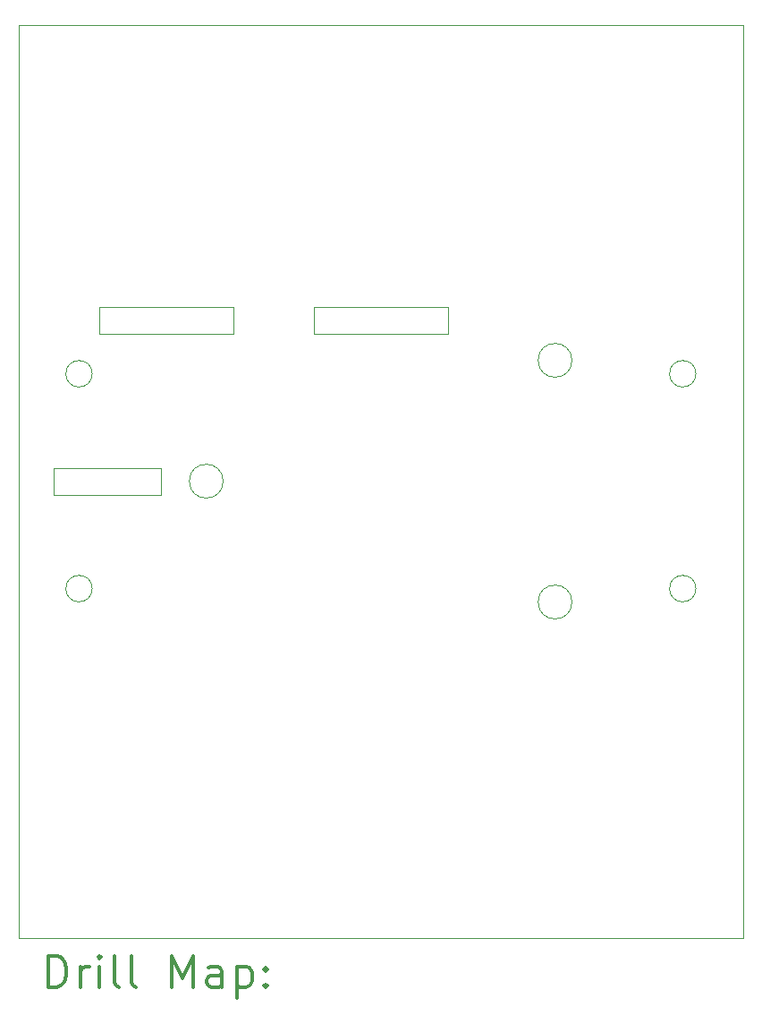
<source format=gbr>
%FSLAX45Y45*%
G04 Gerber Fmt 4.5, Leading zero omitted, Abs format (unit mm)*
G04 Created by KiCad (PCBNEW (5.1.4)-1) date 2019-12-13 15:42:25*
%MOMM*%
%LPD*%
G04 APERTURE LIST*
%ADD10C,0.100000*%
%ADD11C,0.200000*%
%ADD12C,0.300000*%
G04 APERTURE END LIST*
D10*
X4475460Y-6858000D02*
G75*
G03X4475460Y-6858000I-160000J0D01*
G01*
X3236500Y-5842000D02*
G75*
G03X3236500Y-5842000I-125000J0D01*
G01*
X3236500Y-7874000D02*
G75*
G03X3236500Y-7874000I-125000J0D01*
G01*
X8951500Y-5842000D02*
G75*
G03X8951500Y-5842000I-125000J0D01*
G01*
X7777460Y-5715000D02*
G75*
G03X7777460Y-5715000I-160000J0D01*
G01*
X7777460Y-8001000D02*
G75*
G03X7777460Y-8001000I-160000J0D01*
G01*
X8951500Y-7874000D02*
G75*
G03X8951500Y-7874000I-125000J0D01*
G01*
X4572600Y-5207000D02*
X4572600Y-5461000D01*
X3302600Y-5207000D02*
X3302600Y-5461000D01*
X3302600Y-5207000D02*
X4572600Y-5207000D01*
X3302600Y-5461000D02*
X4572600Y-5461000D01*
X5334000Y-5461000D02*
X5334000Y-5207000D01*
X6604000Y-5207000D02*
X6604000Y-5461000D01*
X5334000Y-5207000D02*
X6604000Y-5207000D01*
X5334000Y-5461000D02*
X6604000Y-5461000D01*
X2870200Y-6985000D02*
X3886200Y-6985000D01*
X3886200Y-6731000D02*
X2870200Y-6731000D01*
X2870200Y-6731000D02*
X2870200Y-6985000D01*
X2540000Y-11176000D02*
X9398000Y-11176000D01*
X9398000Y-2540000D02*
X9398000Y-11176000D01*
X2540000Y-2540000D02*
X2540000Y-11176000D01*
X3886200Y-6731000D02*
X3886200Y-6985000D01*
X2540000Y-2540000D02*
X9398000Y-2540000D01*
D11*
D12*
X2821428Y-11646714D02*
X2821428Y-11346714D01*
X2892857Y-11346714D01*
X2935714Y-11361000D01*
X2964286Y-11389571D01*
X2978571Y-11418143D01*
X2992857Y-11475286D01*
X2992857Y-11518143D01*
X2978571Y-11575286D01*
X2964286Y-11603857D01*
X2935714Y-11632429D01*
X2892857Y-11646714D01*
X2821428Y-11646714D01*
X3121428Y-11646714D02*
X3121428Y-11446714D01*
X3121428Y-11503857D02*
X3135714Y-11475286D01*
X3150000Y-11461000D01*
X3178571Y-11446714D01*
X3207143Y-11446714D01*
X3307143Y-11646714D02*
X3307143Y-11446714D01*
X3307143Y-11346714D02*
X3292857Y-11361000D01*
X3307143Y-11375286D01*
X3321428Y-11361000D01*
X3307143Y-11346714D01*
X3307143Y-11375286D01*
X3492857Y-11646714D02*
X3464286Y-11632429D01*
X3450000Y-11603857D01*
X3450000Y-11346714D01*
X3650000Y-11646714D02*
X3621428Y-11632429D01*
X3607143Y-11603857D01*
X3607143Y-11346714D01*
X3992857Y-11646714D02*
X3992857Y-11346714D01*
X4092857Y-11561000D01*
X4192857Y-11346714D01*
X4192857Y-11646714D01*
X4464286Y-11646714D02*
X4464286Y-11489571D01*
X4450000Y-11461000D01*
X4421428Y-11446714D01*
X4364286Y-11446714D01*
X4335714Y-11461000D01*
X4464286Y-11632429D02*
X4435714Y-11646714D01*
X4364286Y-11646714D01*
X4335714Y-11632429D01*
X4321428Y-11603857D01*
X4321428Y-11575286D01*
X4335714Y-11546714D01*
X4364286Y-11532429D01*
X4435714Y-11532429D01*
X4464286Y-11518143D01*
X4607143Y-11446714D02*
X4607143Y-11746714D01*
X4607143Y-11461000D02*
X4635714Y-11446714D01*
X4692857Y-11446714D01*
X4721428Y-11461000D01*
X4735714Y-11475286D01*
X4750000Y-11503857D01*
X4750000Y-11589571D01*
X4735714Y-11618143D01*
X4721428Y-11632429D01*
X4692857Y-11646714D01*
X4635714Y-11646714D01*
X4607143Y-11632429D01*
X4878571Y-11618143D02*
X4892857Y-11632429D01*
X4878571Y-11646714D01*
X4864286Y-11632429D01*
X4878571Y-11618143D01*
X4878571Y-11646714D01*
X4878571Y-11461000D02*
X4892857Y-11475286D01*
X4878571Y-11489571D01*
X4864286Y-11475286D01*
X4878571Y-11461000D01*
X4878571Y-11489571D01*
M02*

</source>
